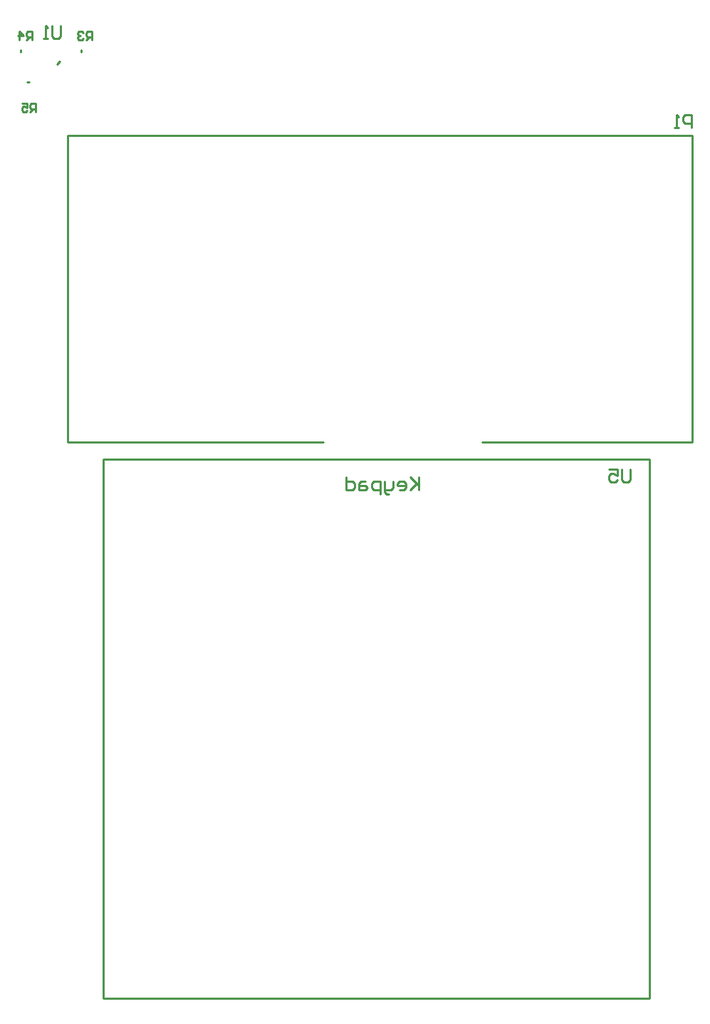
<source format=gbo>
%FSLAX44Y44*%
%MOMM*%
G71*
G01*
G75*
G04 Layer_Color=32896*
%ADD10R,1.0000X1.0000*%
%ADD11R,0.7600X1.7800*%
%ADD12R,0.7200X1.7800*%
%ADD13R,1.0000X1.0000*%
%ADD14R,5.5000X2.0000*%
%ADD15R,2.6000X4.3000*%
%ADD16R,5.5000X5.7000*%
%ADD17R,1.5000X0.5500*%
%ADD18R,0.5500X1.5000*%
%ADD19C,0.3000*%
%ADD20C,0.6000*%
%ADD21C,1.2000*%
%ADD22C,0.4000*%
%ADD23C,2.0000*%
%ADD24C,0.2540*%
%ADD25C,1.8000*%
%ADD26C,1.7000*%
%ADD27C,2.0000*%
%ADD28R,2.0000X2.0000*%
%ADD29C,0.9000*%
%ADD30C,3.4000*%
%ADD31C,1.2700*%
%ADD32C,1.5000*%
%ADD33R,1.0000X1.4000*%
%ADD34C,0.2500*%
%ADD35C,0.2000*%
%ADD36C,0.5000*%
%ADD37R,1.2032X1.2032*%
%ADD38R,0.9632X1.9832*%
%ADD39R,0.9232X1.9832*%
%ADD40R,1.2032X1.2032*%
%ADD41R,5.7032X2.2032*%
%ADD42R,2.8032X4.5032*%
%ADD43R,5.7032X5.9032*%
%ADD44R,1.7032X0.7532*%
%ADD45R,0.7532X1.7032*%
%ADD46C,2.0032*%
%ADD47C,1.9032*%
%ADD48C,2.2032*%
%ADD49R,2.2032X2.2032*%
%ADD50C,1.1032*%
%ADD51C,3.6032*%
%ADD52C,1.4732*%
%ADD53C,1.7032*%
%ADD54R,1.2032X1.6032*%
D24*
X118000Y39000D02*
X768000D01*
X118000D02*
Y679000D01*
X768000D01*
Y39000D02*
Y679000D01*
X28000Y1127000D02*
X30000D01*
X92000Y1163000D02*
Y1165000D01*
X20000Y1163000D02*
Y1165000D01*
X63000Y1148000D02*
X67000Y1152000D01*
X75800Y700000D02*
X379800D01*
X75800D02*
Y1064000D01*
X818800D01*
Y700000D02*
Y1064000D01*
X568500Y700000D02*
X818800D01*
X745000Y667235D02*
Y654539D01*
X742461Y652000D01*
X737383D01*
X734843Y654539D01*
Y667235D01*
X719608D02*
X729765D01*
Y659617D01*
X724687Y662157D01*
X722147D01*
X719608Y659617D01*
Y654539D01*
X722147Y652000D01*
X727226D01*
X729765Y654539D01*
X493000Y658235D02*
Y643000D01*
Y648078D01*
X482843Y658235D01*
X490461Y650618D01*
X482843Y643000D01*
X470147D02*
X475226D01*
X477765Y645539D01*
Y650618D01*
X475226Y653157D01*
X470147D01*
X467608Y650618D01*
Y648078D01*
X477765D01*
X462530Y653157D02*
Y645539D01*
X459991Y643000D01*
X452373D01*
Y640461D01*
X454912Y637922D01*
X457452D01*
X452373Y643000D02*
Y653157D01*
X447295Y637922D02*
Y653157D01*
X439677D01*
X437138Y650618D01*
Y645539D01*
X439677Y643000D01*
X447295D01*
X429520Y653157D02*
X424442D01*
X421903Y650618D01*
Y643000D01*
X429520D01*
X432060Y645539D01*
X429520Y648078D01*
X421903D01*
X406668Y658235D02*
Y643000D01*
X414285D01*
X416825Y645539D01*
Y650618D01*
X414285Y653157D01*
X406668D01*
X38000Y1092000D02*
Y1101997D01*
X33002D01*
X31335Y1100331D01*
Y1096998D01*
X33002Y1095332D01*
X38000D01*
X34668D02*
X31335Y1092000D01*
X21339Y1101997D02*
X28003D01*
Y1096998D01*
X24671Y1098664D01*
X23005D01*
X21339Y1096998D01*
Y1093666D01*
X23005Y1092000D01*
X26337D01*
X28003Y1093666D01*
X104394Y1177544D02*
Y1187541D01*
X99396D01*
X97730Y1185875D01*
Y1182542D01*
X99396Y1180876D01*
X104394D01*
X101062D02*
X97730Y1177544D01*
X94397Y1185875D02*
X92731Y1187541D01*
X89399D01*
X87733Y1185875D01*
Y1184209D01*
X89399Y1182542D01*
X91065D01*
X89399D01*
X87733Y1180876D01*
Y1179210D01*
X89399Y1177544D01*
X92731D01*
X94397Y1179210D01*
X33528Y1177544D02*
Y1187541D01*
X28530D01*
X26864Y1185875D01*
Y1182542D01*
X28530Y1180876D01*
X33528D01*
X30196D02*
X26864Y1177544D01*
X18533D02*
Y1187541D01*
X23531Y1182542D01*
X16867D01*
X67546Y1194337D02*
Y1181641D01*
X65007Y1179102D01*
X59929D01*
X57389Y1181641D01*
Y1194337D01*
X52311Y1179102D02*
X47233D01*
X49772D01*
Y1194337D01*
X52311Y1191798D01*
X817626Y1072896D02*
Y1088131D01*
X810009D01*
X807469Y1085592D01*
Y1080514D01*
X810009Y1077974D01*
X817626D01*
X802391Y1072896D02*
X797313D01*
X799852D01*
Y1088131D01*
X802391Y1085592D01*
M02*

</source>
